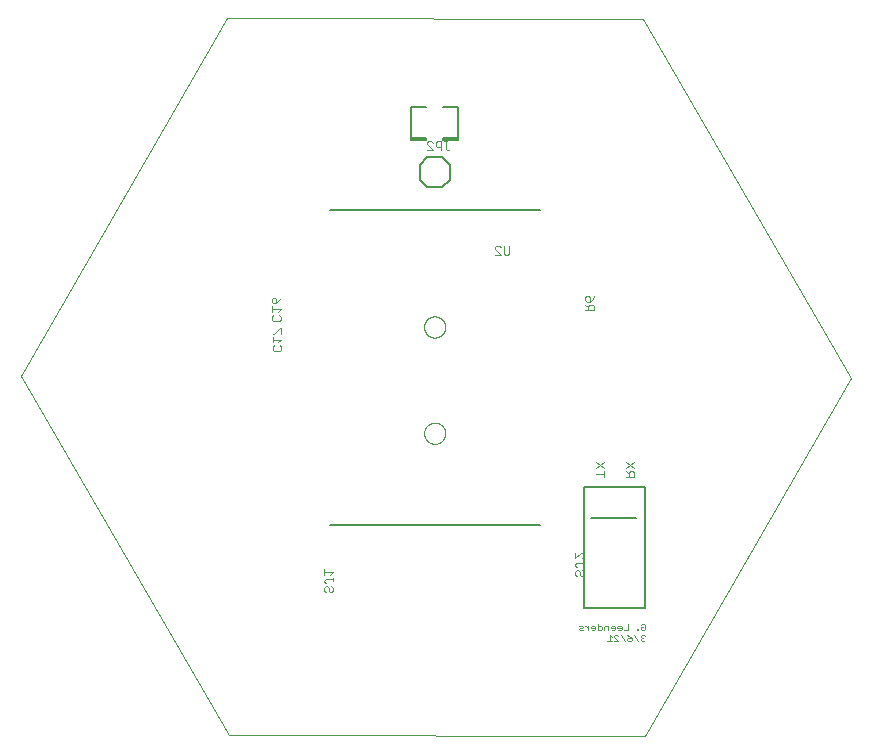
<source format=gbo>
G75*
%MOIN*%
%OFA0B0*%
%FSLAX25Y25*%
%IPPOS*%
%LPD*%
%AMOC8*
5,1,8,0,0,1.08239X$1,22.5*
%
%ADD10C,0.00000*%
%ADD11C,0.00600*%
%ADD12C,0.00300*%
%ADD13C,0.00500*%
D10*
X0156177Y0131750D02*
X0294617Y0131378D01*
X0363514Y0250712D01*
X0293972Y0370419D01*
X0155532Y0370791D01*
X0086634Y0251457D01*
X0156177Y0131750D01*
X0221063Y0232287D02*
X0221065Y0232405D01*
X0221071Y0232524D01*
X0221081Y0232642D01*
X0221095Y0232759D01*
X0221112Y0232876D01*
X0221134Y0232993D01*
X0221160Y0233108D01*
X0221189Y0233223D01*
X0221222Y0233337D01*
X0221259Y0233449D01*
X0221300Y0233560D01*
X0221344Y0233670D01*
X0221392Y0233778D01*
X0221444Y0233885D01*
X0221499Y0233990D01*
X0221558Y0234093D01*
X0221620Y0234193D01*
X0221685Y0234292D01*
X0221754Y0234389D01*
X0221825Y0234483D01*
X0221900Y0234574D01*
X0221978Y0234664D01*
X0222059Y0234750D01*
X0222143Y0234834D01*
X0222229Y0234915D01*
X0222319Y0234993D01*
X0222410Y0235068D01*
X0222504Y0235139D01*
X0222601Y0235208D01*
X0222700Y0235273D01*
X0222800Y0235335D01*
X0222903Y0235394D01*
X0223008Y0235449D01*
X0223115Y0235501D01*
X0223223Y0235549D01*
X0223333Y0235593D01*
X0223444Y0235634D01*
X0223556Y0235671D01*
X0223670Y0235704D01*
X0223785Y0235733D01*
X0223900Y0235759D01*
X0224017Y0235781D01*
X0224134Y0235798D01*
X0224251Y0235812D01*
X0224369Y0235822D01*
X0224488Y0235828D01*
X0224606Y0235830D01*
X0224724Y0235828D01*
X0224843Y0235822D01*
X0224961Y0235812D01*
X0225078Y0235798D01*
X0225195Y0235781D01*
X0225312Y0235759D01*
X0225427Y0235733D01*
X0225542Y0235704D01*
X0225656Y0235671D01*
X0225768Y0235634D01*
X0225879Y0235593D01*
X0225989Y0235549D01*
X0226097Y0235501D01*
X0226204Y0235449D01*
X0226309Y0235394D01*
X0226412Y0235335D01*
X0226512Y0235273D01*
X0226611Y0235208D01*
X0226708Y0235139D01*
X0226802Y0235068D01*
X0226893Y0234993D01*
X0226983Y0234915D01*
X0227069Y0234834D01*
X0227153Y0234750D01*
X0227234Y0234664D01*
X0227312Y0234574D01*
X0227387Y0234483D01*
X0227458Y0234389D01*
X0227527Y0234292D01*
X0227592Y0234193D01*
X0227654Y0234093D01*
X0227713Y0233990D01*
X0227768Y0233885D01*
X0227820Y0233778D01*
X0227868Y0233670D01*
X0227912Y0233560D01*
X0227953Y0233449D01*
X0227990Y0233337D01*
X0228023Y0233223D01*
X0228052Y0233108D01*
X0228078Y0232993D01*
X0228100Y0232876D01*
X0228117Y0232759D01*
X0228131Y0232642D01*
X0228141Y0232524D01*
X0228147Y0232405D01*
X0228149Y0232287D01*
X0228147Y0232169D01*
X0228141Y0232050D01*
X0228131Y0231932D01*
X0228117Y0231815D01*
X0228100Y0231698D01*
X0228078Y0231581D01*
X0228052Y0231466D01*
X0228023Y0231351D01*
X0227990Y0231237D01*
X0227953Y0231125D01*
X0227912Y0231014D01*
X0227868Y0230904D01*
X0227820Y0230796D01*
X0227768Y0230689D01*
X0227713Y0230584D01*
X0227654Y0230481D01*
X0227592Y0230381D01*
X0227527Y0230282D01*
X0227458Y0230185D01*
X0227387Y0230091D01*
X0227312Y0230000D01*
X0227234Y0229910D01*
X0227153Y0229824D01*
X0227069Y0229740D01*
X0226983Y0229659D01*
X0226893Y0229581D01*
X0226802Y0229506D01*
X0226708Y0229435D01*
X0226611Y0229366D01*
X0226512Y0229301D01*
X0226412Y0229239D01*
X0226309Y0229180D01*
X0226204Y0229125D01*
X0226097Y0229073D01*
X0225989Y0229025D01*
X0225879Y0228981D01*
X0225768Y0228940D01*
X0225656Y0228903D01*
X0225542Y0228870D01*
X0225427Y0228841D01*
X0225312Y0228815D01*
X0225195Y0228793D01*
X0225078Y0228776D01*
X0224961Y0228762D01*
X0224843Y0228752D01*
X0224724Y0228746D01*
X0224606Y0228744D01*
X0224488Y0228746D01*
X0224369Y0228752D01*
X0224251Y0228762D01*
X0224134Y0228776D01*
X0224017Y0228793D01*
X0223900Y0228815D01*
X0223785Y0228841D01*
X0223670Y0228870D01*
X0223556Y0228903D01*
X0223444Y0228940D01*
X0223333Y0228981D01*
X0223223Y0229025D01*
X0223115Y0229073D01*
X0223008Y0229125D01*
X0222903Y0229180D01*
X0222800Y0229239D01*
X0222700Y0229301D01*
X0222601Y0229366D01*
X0222504Y0229435D01*
X0222410Y0229506D01*
X0222319Y0229581D01*
X0222229Y0229659D01*
X0222143Y0229740D01*
X0222059Y0229824D01*
X0221978Y0229910D01*
X0221900Y0230000D01*
X0221825Y0230091D01*
X0221754Y0230185D01*
X0221685Y0230282D01*
X0221620Y0230381D01*
X0221558Y0230481D01*
X0221499Y0230584D01*
X0221444Y0230689D01*
X0221392Y0230796D01*
X0221344Y0230904D01*
X0221300Y0231014D01*
X0221259Y0231125D01*
X0221222Y0231237D01*
X0221189Y0231351D01*
X0221160Y0231466D01*
X0221134Y0231581D01*
X0221112Y0231698D01*
X0221095Y0231815D01*
X0221081Y0231932D01*
X0221071Y0232050D01*
X0221065Y0232169D01*
X0221063Y0232287D01*
X0221063Y0267720D02*
X0221065Y0267838D01*
X0221071Y0267957D01*
X0221081Y0268075D01*
X0221095Y0268192D01*
X0221112Y0268309D01*
X0221134Y0268426D01*
X0221160Y0268541D01*
X0221189Y0268656D01*
X0221222Y0268770D01*
X0221259Y0268882D01*
X0221300Y0268993D01*
X0221344Y0269103D01*
X0221392Y0269211D01*
X0221444Y0269318D01*
X0221499Y0269423D01*
X0221558Y0269526D01*
X0221620Y0269626D01*
X0221685Y0269725D01*
X0221754Y0269822D01*
X0221825Y0269916D01*
X0221900Y0270007D01*
X0221978Y0270097D01*
X0222059Y0270183D01*
X0222143Y0270267D01*
X0222229Y0270348D01*
X0222319Y0270426D01*
X0222410Y0270501D01*
X0222504Y0270572D01*
X0222601Y0270641D01*
X0222700Y0270706D01*
X0222800Y0270768D01*
X0222903Y0270827D01*
X0223008Y0270882D01*
X0223115Y0270934D01*
X0223223Y0270982D01*
X0223333Y0271026D01*
X0223444Y0271067D01*
X0223556Y0271104D01*
X0223670Y0271137D01*
X0223785Y0271166D01*
X0223900Y0271192D01*
X0224017Y0271214D01*
X0224134Y0271231D01*
X0224251Y0271245D01*
X0224369Y0271255D01*
X0224488Y0271261D01*
X0224606Y0271263D01*
X0224724Y0271261D01*
X0224843Y0271255D01*
X0224961Y0271245D01*
X0225078Y0271231D01*
X0225195Y0271214D01*
X0225312Y0271192D01*
X0225427Y0271166D01*
X0225542Y0271137D01*
X0225656Y0271104D01*
X0225768Y0271067D01*
X0225879Y0271026D01*
X0225989Y0270982D01*
X0226097Y0270934D01*
X0226204Y0270882D01*
X0226309Y0270827D01*
X0226412Y0270768D01*
X0226512Y0270706D01*
X0226611Y0270641D01*
X0226708Y0270572D01*
X0226802Y0270501D01*
X0226893Y0270426D01*
X0226983Y0270348D01*
X0227069Y0270267D01*
X0227153Y0270183D01*
X0227234Y0270097D01*
X0227312Y0270007D01*
X0227387Y0269916D01*
X0227458Y0269822D01*
X0227527Y0269725D01*
X0227592Y0269626D01*
X0227654Y0269526D01*
X0227713Y0269423D01*
X0227768Y0269318D01*
X0227820Y0269211D01*
X0227868Y0269103D01*
X0227912Y0268993D01*
X0227953Y0268882D01*
X0227990Y0268770D01*
X0228023Y0268656D01*
X0228052Y0268541D01*
X0228078Y0268426D01*
X0228100Y0268309D01*
X0228117Y0268192D01*
X0228131Y0268075D01*
X0228141Y0267957D01*
X0228147Y0267838D01*
X0228149Y0267720D01*
X0228147Y0267602D01*
X0228141Y0267483D01*
X0228131Y0267365D01*
X0228117Y0267248D01*
X0228100Y0267131D01*
X0228078Y0267014D01*
X0228052Y0266899D01*
X0228023Y0266784D01*
X0227990Y0266670D01*
X0227953Y0266558D01*
X0227912Y0266447D01*
X0227868Y0266337D01*
X0227820Y0266229D01*
X0227768Y0266122D01*
X0227713Y0266017D01*
X0227654Y0265914D01*
X0227592Y0265814D01*
X0227527Y0265715D01*
X0227458Y0265618D01*
X0227387Y0265524D01*
X0227312Y0265433D01*
X0227234Y0265343D01*
X0227153Y0265257D01*
X0227069Y0265173D01*
X0226983Y0265092D01*
X0226893Y0265014D01*
X0226802Y0264939D01*
X0226708Y0264868D01*
X0226611Y0264799D01*
X0226512Y0264734D01*
X0226412Y0264672D01*
X0226309Y0264613D01*
X0226204Y0264558D01*
X0226097Y0264506D01*
X0225989Y0264458D01*
X0225879Y0264414D01*
X0225768Y0264373D01*
X0225656Y0264336D01*
X0225542Y0264303D01*
X0225427Y0264274D01*
X0225312Y0264248D01*
X0225195Y0264226D01*
X0225078Y0264209D01*
X0224961Y0264195D01*
X0224843Y0264185D01*
X0224724Y0264179D01*
X0224606Y0264177D01*
X0224488Y0264179D01*
X0224369Y0264185D01*
X0224251Y0264195D01*
X0224134Y0264209D01*
X0224017Y0264226D01*
X0223900Y0264248D01*
X0223785Y0264274D01*
X0223670Y0264303D01*
X0223556Y0264336D01*
X0223444Y0264373D01*
X0223333Y0264414D01*
X0223223Y0264458D01*
X0223115Y0264506D01*
X0223008Y0264558D01*
X0222903Y0264613D01*
X0222800Y0264672D01*
X0222700Y0264734D01*
X0222601Y0264799D01*
X0222504Y0264868D01*
X0222410Y0264939D01*
X0222319Y0265014D01*
X0222229Y0265092D01*
X0222143Y0265173D01*
X0222059Y0265257D01*
X0221978Y0265343D01*
X0221900Y0265433D01*
X0221825Y0265524D01*
X0221754Y0265618D01*
X0221685Y0265715D01*
X0221620Y0265814D01*
X0221558Y0265914D01*
X0221499Y0266017D01*
X0221444Y0266122D01*
X0221392Y0266229D01*
X0221344Y0266337D01*
X0221300Y0266447D01*
X0221259Y0266558D01*
X0221222Y0266670D01*
X0221189Y0266784D01*
X0221160Y0266899D01*
X0221134Y0267014D01*
X0221112Y0267131D01*
X0221095Y0267248D01*
X0221081Y0267365D01*
X0221071Y0267483D01*
X0221065Y0267602D01*
X0221063Y0267720D01*
D11*
X0222125Y0314362D02*
X0227125Y0314362D01*
X0229625Y0316862D01*
X0229625Y0321862D01*
X0227125Y0324362D01*
X0222125Y0324362D01*
X0219625Y0321862D01*
X0219625Y0316862D01*
X0222125Y0314362D01*
X0274237Y0214347D02*
X0274237Y0174047D01*
X0294837Y0174047D01*
X0294837Y0214347D01*
X0274237Y0214347D01*
X0276637Y0203997D02*
X0291837Y0203997D01*
D12*
X0291190Y0217697D02*
X0291190Y0219148D01*
X0290706Y0219632D01*
X0289738Y0219632D01*
X0289255Y0219148D01*
X0289255Y0217697D01*
X0289255Y0218664D02*
X0288287Y0219632D01*
X0288287Y0220643D02*
X0291190Y0222578D01*
X0291190Y0220643D02*
X0288287Y0222578D01*
X0288287Y0217697D02*
X0291190Y0217697D01*
X0281190Y0217697D02*
X0281190Y0219632D01*
X0281190Y0218664D02*
X0278287Y0218664D01*
X0278287Y0220643D02*
X0281190Y0222578D01*
X0281190Y0220643D02*
X0278287Y0222578D01*
X0273860Y0192536D02*
X0274344Y0192053D01*
X0274344Y0191085D01*
X0273860Y0190602D01*
X0274344Y0189590D02*
X0274344Y0188622D01*
X0274344Y0189106D02*
X0271925Y0189106D01*
X0271441Y0188622D01*
X0271441Y0188139D01*
X0271925Y0187655D01*
X0271925Y0186643D02*
X0271441Y0186160D01*
X0271441Y0185192D01*
X0271925Y0184708D01*
X0272892Y0185192D02*
X0272892Y0186160D01*
X0272409Y0186643D01*
X0271925Y0186643D01*
X0272892Y0185192D02*
X0273376Y0184708D01*
X0273860Y0184708D01*
X0274344Y0185192D01*
X0274344Y0186160D01*
X0273860Y0186643D01*
X0271441Y0190602D02*
X0273376Y0192536D01*
X0273860Y0192536D01*
X0271441Y0192536D02*
X0271441Y0190602D01*
X0272620Y0168096D02*
X0273671Y0168096D01*
X0274022Y0167746D01*
X0273671Y0167395D01*
X0272971Y0167395D01*
X0272620Y0167045D01*
X0272971Y0166695D01*
X0274022Y0166695D01*
X0274812Y0168096D02*
X0275163Y0168096D01*
X0275863Y0167395D01*
X0275863Y0166695D02*
X0275863Y0168096D01*
X0276672Y0167746D02*
X0276672Y0167395D01*
X0278073Y0167395D01*
X0278073Y0167045D02*
X0278073Y0167746D01*
X0277723Y0168096D01*
X0277022Y0168096D01*
X0276672Y0167746D01*
X0277022Y0166695D02*
X0277723Y0166695D01*
X0278073Y0167045D01*
X0278882Y0166695D02*
X0279933Y0166695D01*
X0280283Y0167045D01*
X0280283Y0167746D01*
X0279933Y0168096D01*
X0278882Y0168096D01*
X0278882Y0168797D02*
X0278882Y0166695D01*
X0281092Y0166695D02*
X0281092Y0167746D01*
X0281442Y0168096D01*
X0282493Y0168096D01*
X0282493Y0166695D01*
X0283302Y0167395D02*
X0284703Y0167395D01*
X0284703Y0167045D02*
X0284703Y0167746D01*
X0284352Y0168096D01*
X0283652Y0168096D01*
X0283302Y0167746D01*
X0283302Y0167395D01*
X0283652Y0166695D02*
X0284352Y0166695D01*
X0284703Y0167045D01*
X0285511Y0167395D02*
X0286913Y0167395D01*
X0286913Y0167045D02*
X0286913Y0167746D01*
X0286562Y0168096D01*
X0285862Y0168096D01*
X0285511Y0167746D01*
X0285511Y0167395D01*
X0285862Y0166695D02*
X0286562Y0166695D01*
X0286913Y0167045D01*
X0287721Y0166695D02*
X0289123Y0166695D01*
X0289123Y0168797D01*
X0292087Y0167045D02*
X0292087Y0166695D01*
X0292437Y0166695D01*
X0292437Y0167045D01*
X0292087Y0167045D01*
X0293246Y0167045D02*
X0293596Y0166695D01*
X0294297Y0166695D01*
X0294647Y0167045D01*
X0294647Y0168446D01*
X0294297Y0168797D01*
X0293596Y0168797D01*
X0293246Y0168446D01*
X0293246Y0167746D02*
X0293947Y0167746D01*
X0293246Y0167746D02*
X0293246Y0167045D01*
X0293596Y0165197D02*
X0293246Y0164846D01*
X0293246Y0164496D01*
X0293596Y0164146D01*
X0293246Y0163795D01*
X0293246Y0163445D01*
X0293596Y0163095D01*
X0294297Y0163095D01*
X0294647Y0163445D01*
X0293947Y0164146D02*
X0293596Y0164146D01*
X0293596Y0165197D02*
X0294297Y0165197D01*
X0294647Y0164846D01*
X0292437Y0163095D02*
X0291036Y0165197D01*
X0290227Y0164146D02*
X0289177Y0164146D01*
X0288826Y0163795D01*
X0288826Y0163445D01*
X0289177Y0163095D01*
X0289877Y0163095D01*
X0290227Y0163445D01*
X0290227Y0164146D01*
X0289527Y0164846D01*
X0288826Y0165197D01*
X0286616Y0165197D02*
X0288018Y0163095D01*
X0285808Y0163095D02*
X0284406Y0164496D01*
X0284406Y0164846D01*
X0284757Y0165197D01*
X0285457Y0165197D01*
X0285808Y0164846D01*
X0285808Y0163095D02*
X0284406Y0163095D01*
X0283598Y0163095D02*
X0282197Y0163095D01*
X0282897Y0163095D02*
X0282897Y0165197D01*
X0283598Y0164496D01*
X0190676Y0179776D02*
X0190193Y0179292D01*
X0189709Y0179292D01*
X0189225Y0179776D01*
X0189225Y0180743D01*
X0188741Y0181227D01*
X0188258Y0181227D01*
X0187774Y0180743D01*
X0187774Y0179776D01*
X0188258Y0179292D01*
X0190676Y0179776D02*
X0190676Y0180743D01*
X0190193Y0181227D01*
X0190676Y0183206D02*
X0190676Y0184173D01*
X0190676Y0183690D02*
X0188258Y0183690D01*
X0187774Y0183206D01*
X0187774Y0182722D01*
X0188258Y0182238D01*
X0187774Y0185185D02*
X0187774Y0187120D01*
X0187774Y0186152D02*
X0190676Y0186152D01*
X0189709Y0185185D01*
X0172968Y0259630D02*
X0171033Y0259630D01*
X0170549Y0260114D01*
X0170549Y0261082D01*
X0171033Y0261565D01*
X0170549Y0262577D02*
X0170549Y0264512D01*
X0170549Y0263544D02*
X0173451Y0263544D01*
X0172484Y0262577D01*
X0172968Y0261565D02*
X0173451Y0261082D01*
X0173451Y0260114D01*
X0172968Y0259630D01*
X0173451Y0265524D02*
X0173451Y0267459D01*
X0172968Y0267459D01*
X0171033Y0265524D01*
X0170549Y0265524D01*
X0170808Y0269712D02*
X0170324Y0270196D01*
X0170324Y0271163D01*
X0170808Y0271647D01*
X0170324Y0272658D02*
X0170324Y0274593D01*
X0170324Y0273626D02*
X0173226Y0273626D01*
X0172259Y0272658D01*
X0172743Y0271647D02*
X0173226Y0271163D01*
X0173226Y0270196D01*
X0172743Y0269712D01*
X0170808Y0269712D01*
X0170808Y0275605D02*
X0170324Y0276089D01*
X0170324Y0277056D01*
X0170808Y0277540D01*
X0171291Y0277540D01*
X0171775Y0277056D01*
X0171775Y0275605D01*
X0170808Y0275605D01*
X0171775Y0275605D02*
X0172743Y0276572D01*
X0173226Y0277540D01*
X0221947Y0326712D02*
X0223882Y0326712D01*
X0221947Y0328647D01*
X0221947Y0329130D01*
X0222431Y0329614D01*
X0223399Y0329614D01*
X0223882Y0329130D01*
X0224894Y0329130D02*
X0224894Y0328163D01*
X0225378Y0327679D01*
X0226829Y0327679D01*
X0226829Y0326712D02*
X0226829Y0329614D01*
X0225378Y0329614D01*
X0224894Y0329130D01*
X0227840Y0329614D02*
X0228808Y0329614D01*
X0228324Y0329614D02*
X0228324Y0327195D01*
X0228808Y0326712D01*
X0229292Y0326712D01*
X0229775Y0327195D01*
X0245140Y0294771D02*
X0246107Y0294771D01*
X0246591Y0294287D01*
X0247602Y0294771D02*
X0247602Y0292352D01*
X0248086Y0291869D01*
X0249054Y0291869D01*
X0249537Y0292352D01*
X0249537Y0294771D01*
X0246591Y0291869D02*
X0244656Y0293804D01*
X0244656Y0294287D01*
X0245140Y0294771D01*
X0244656Y0291869D02*
X0246591Y0291869D01*
X0274825Y0277668D02*
X0274825Y0276700D01*
X0275309Y0276217D01*
X0276277Y0276217D01*
X0276277Y0277668D01*
X0275793Y0278152D01*
X0275309Y0278152D01*
X0274825Y0277668D01*
X0276277Y0276217D02*
X0277244Y0277184D01*
X0277728Y0278152D01*
X0277244Y0275205D02*
X0276277Y0275205D01*
X0275793Y0274721D01*
X0275793Y0273270D01*
X0275793Y0274238D02*
X0274825Y0275205D01*
X0274825Y0273270D02*
X0277728Y0273270D01*
X0277728Y0274721D01*
X0277244Y0275205D01*
D13*
X0259687Y0306719D02*
X0189609Y0306719D01*
X0216757Y0330008D02*
X0216757Y0330795D01*
X0216757Y0341031D01*
X0221876Y0341031D01*
X0227387Y0341031D02*
X0232505Y0341031D01*
X0232505Y0330795D01*
X0232505Y0330008D01*
X0227387Y0330008D01*
X0227387Y0330795D01*
X0232505Y0330795D01*
X0232505Y0330401D02*
X0227387Y0330401D01*
X0221876Y0330401D02*
X0216757Y0330401D01*
X0216757Y0330008D02*
X0221876Y0330008D01*
X0221876Y0330795D01*
X0216757Y0330795D01*
X0189609Y0201719D02*
X0259687Y0201719D01*
M02*

</source>
